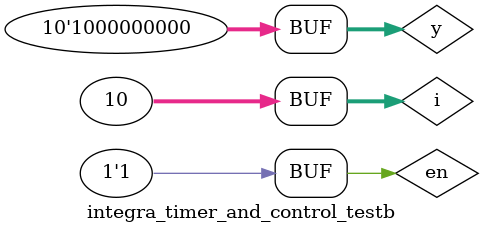
<source format=v>
`timescale 1ps/1ps

module integra_timer_and_control_testb(); 

reg  [9:0] y; 
wire [3:0] a;
reg en;
wire Cin;
integer i;
 
	priority_encoder_9x4 U(.d_out(a), .d_in(y),.Cin(Cin), .en(en));

initial
    begin 
	    $dumpfile("integra_timer_and_control.v");
	  $dumpvars();
    en = 1;
    i = 0;
    for(i=0;i<10;i= i+1)
    begin
      y = (1<<i);
      #10 en = 0;
      #10 en = 1;
    end
    end
  
endmodule

</source>
